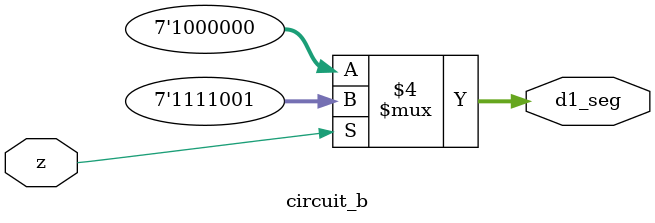
<source format=v>
module circuit_b(z, d1_seg);
input z;
output reg [6:0] d1_seg;

parameter BLANK = 7'b1000000;  //blank
parameter ONE = 7'b1111001;    //"1"

	always @(*) begin
		if (z == 1)
			d1_seg = ONE;
		else
			d1_seg = BLANK;
	end
	
endmodule
		
</source>
